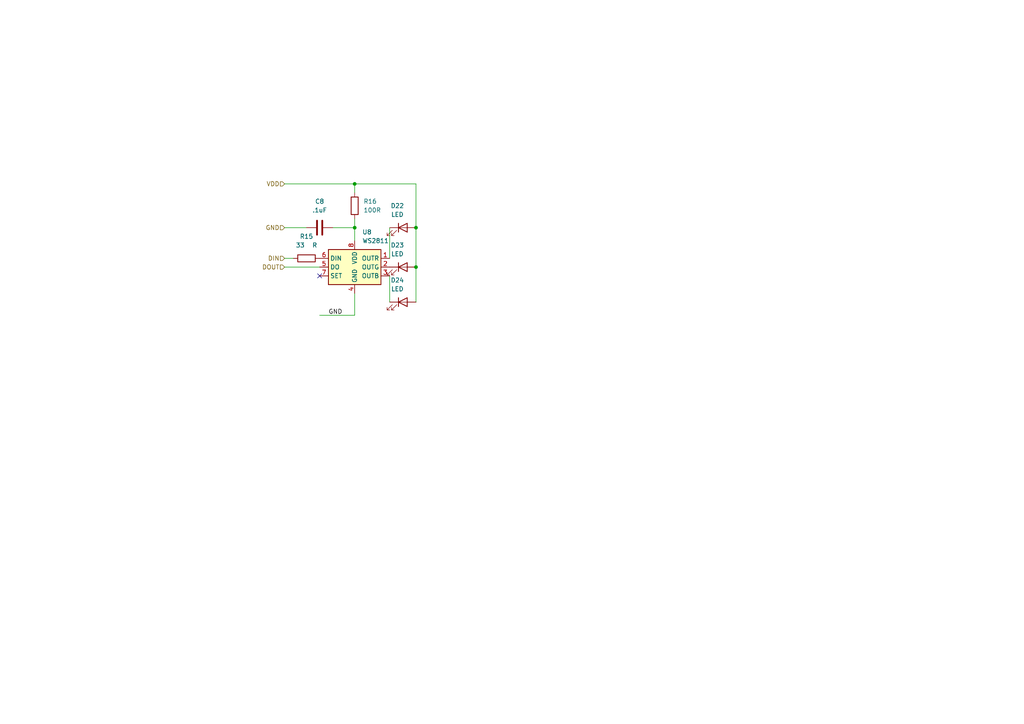
<source format=kicad_sch>
(kicad_sch (version 20231120) (generator "eeschema") (generator_version "8.0")
  (paper "A4")
  (lib_symbols
    (symbol "Device:C" (pin_numbers hide) (pin_names (offset 0.254))
      (property "Reference" "C" (at 0.635 2.54 0))
      (property "Value" "C" (at 0.635 -2.54 0))
      (symbol "C_0_1"
        (polyline (pts (xy -2.032 -0.762) (xy 2.032 -0.762)) (stroke (width 0.508)))
        (polyline (pts (xy -2.032 0.762) (xy 2.032 0.762)) (stroke (width 0.508)))
      )
      (symbol "C_1_1"
        (pin passive line (at 0 3.81 270) (length 2.794) (name "~") (number "1"))
        (pin passive line (at 0 -3.81 90) (length 2.794) (name "~") (number "2"))
      )
    )
    (symbol "Device:LED" (pin_numbers hide) (pin_names (offset 1.016) hide)
      (property "Reference" "D" (at 0 2.54 0))
      (property "Value" "LED" (at 0 -2.54 0))
      (symbol "LED_0_1"
        (polyline (pts (xy -1.27 -1.27) (xy -1.27 1.27)) (stroke (width 0.254)))
        (polyline (pts (xy -1.27 0) (xy 1.27 0)))
        (polyline (pts (xy 1.27 -1.27) (xy 1.27 1.27) (xy -1.27 0) (xy 1.27 -1.27)) (stroke (width 0.254)))
        (polyline (pts (xy -3.048 -0.762) (xy -4.572 -2.286) (xy -3.81 -2.286) (xy -4.572 -2.286) (xy -4.572 -1.524)))
        (polyline (pts (xy -1.778 -0.762) (xy -3.302 -2.286) (xy -2.54 -2.286) (xy -3.302 -2.286) (xy -3.302 -1.524)))
      )
      (symbol "LED_1_1"
        (pin passive line (at -3.81 0 0) (length 2.54) (name "K") (number "1"))
        (pin passive line (at 3.81 0 180) (length 2.54) (name "A") (number "2"))
      )
    )
    (symbol "Device:R" (pin_numbers hide) (pin_names (offset 0))
      (property "Reference" "R" (at 2.032 0 90))
      (property "Value" "R" (at 0 0 90))
      (symbol "R_0_1"
        (rectangle (start -1.016 -2.54) (end 1.016 2.54) (stroke (width 0.254)))
      )
      (symbol "R_1_1"
        (pin passive line (at 0 3.81 270) (length 1.27) (name "~") (number "1"))
        (pin passive line (at 0 -3.81 90) (length 1.27) (name "~") (number "2"))
      )
    )
    (symbol "Driver_LED:WS2811"
      (property "Reference" "U" (at -6.35 6.35 0))
      (property "Value" "WS2811" (at 5.08 6.35 0))
      (symbol "WS2811_0_1"
        (rectangle (start -7.62 5.08) (end 7.62 -5.08) (stroke (width 0.254)) (fill (type background)))
      )
      (symbol "WS2811_1_1"
        (pin output line (at 10.16 2.54 180) (length 2.54) (name "OUTR") (number "1"))
        (pin output line (at 10.16 0 180) (length 2.54) (name "OUTG") (number "2"))
        (pin output line (at 10.16 -2.54 180) (length 2.54) (name "OUTB") (number "3"))
        (pin power_in line (at 0 -7.62 90) (length 2.54) (name "GND") (number "4"))
        (pin output line (at -10.16 0 0) (length 2.54) (name "DO") (number "5"))
        (pin input line (at -10.16 2.54 0) (length 2.54) (name "DIN") (number "6"))
        (pin input line (at -10.16 -2.54 0) (length 2.54) (name "SET") (number "7"))
        (pin power_in line (at 0 7.62 270) (length 2.54) (name "VDD") (number "8"))
      )
    )
  )
  (junction (at 102.87 53.34))
  (junction (at 102.87 66.04))
  (junction (at 120.65 66.04))
  (junction (at 120.65 77.47))
  (no_connect (at 92.71 80.01))
  (wire (pts (xy 82.55 66.04) (xy 88.9 66.04)))
  (wire (pts (xy 102.87 63.5) (xy 102.87 66.04)))
  (wire (pts (xy 102.87 53.34) (xy 102.87 55.88)))
  (wire (pts (xy 82.55 53.34) (xy 102.87 53.34)))
  (wire (pts (xy 120.65 66.04) (xy 120.65 77.47)))
  (wire (pts (xy 120.65 77.47) (xy 120.65 87.63)))
  (wire (pts (xy 82.55 74.93) (xy 85.09 74.93)))
  (wire (pts (xy 96.52 66.04) (xy 102.87 66.04)))
  (wire (pts (xy 82.55 77.47) (xy 92.71 77.47)))
  (wire (pts (xy 113.03 87.63) (xy 113.03 80.01)))
  (wire (pts (xy 120.65 53.34) (xy 120.65 66.04)))
  (wire (pts (xy 102.87 91.44) (xy 102.87 85.09)))
  (wire (pts (xy 102.87 53.34) (xy 120.65 53.34)))
  (wire (pts (xy 102.87 66.04) (xy 102.87 69.85)))
  (wire (pts (xy 113.03 66.04) (xy 113.03 74.93)))
  (wire (pts (xy 102.87 91.44) (xy 92.71 91.44)))
  (label "GND" (at 95.25 91.44 0))
  (hierarchical_label "DIN" (shape input) (at 82.55 74.93 180))
  (hierarchical_label "VDD" (shape input) (at 82.55 53.34 180))
  (hierarchical_label "DOUT" (shape input) (at 82.55 77.47 180))
  (hierarchical_label "GND" (shape input) (at 82.55 66.04 180))
  (symbol (lib_id "Driver_LED:WS2811") (at 102.87 77.47 0) (unit 1)
    (property "Reference" "U2" (at 105.0641 67.31 0) (effects (justify left)))
    (property "Value" "WS2811" (at 105.0641 69.85 0) (effects (justify left)))
    (property "Footprint" "Package_SO:SOP-8_3.9x4.9mm_P1.27mm" (effects (hide yes)))
    (property "Datasheet" "https://cdn-shop.adafruit.com/datasheets/WS2811.pdf" (effects (hide yes)))
    (property "Description" "3-Channel 8-Bit PWM LED Driver, DIP-8/SOIC-8" (effects (hide yes)))
    (instances (project "BClock" (path "" (reference "U8") (unit 1)) (path "" (reference "U3") (unit 1)) (path "" (reference "U2") (unit 1)) (path "" (reference "U1") (unit 1)) (path "" (reference "U6") (unit 1)) (path "" (reference "U4") (unit 1)) (path "" (reference "U9") (unit 1)) (path "" (reference "U5") (unit 1)) (path "" (reference "U10") (unit 1)) (path "" (reference "U7") (unit 1))))
  )
  (symbol (lib_id "Device:R") (at 102.87 59.69 0) (unit 1)
    (property "Reference" "R4" (at 105.41 58.4199 0) (effects (justify left)))
    (property "Value" "100R" (at 105.41 60.9599 0) (effects (justify left)))
    (property "Footprint" "Resistor_SMD:R_0805_2012Metric" (effects (hide yes)))
    (property "Description" "Resistor" (effects (hide yes)))
    (instances (project "BClock" (path "" (reference "R16") (unit 1)) (path "" (reference "R6") (unit 1)) (path "" (reference "R4") (unit 1)) (path "" (reference "R2") (unit 1)) (path "" (reference "R12") (unit 1)) (path "" (reference "R8") (unit 1)) (path "" (reference "R18") (unit 1)) (path "" (reference "R10") (unit 1)) (path "" (reference "R20") (unit 1)) (path "" (reference "R14") (unit 1))))
  )
  (symbol (lib_id "Device:LED") (at 116.84 77.47 0) (unit 1)
    (property "Reference" "D5" (at 115.2525 71.12 0))
    (property "Value" "LED" (at 115.2525 73.66 0))
    (property "Footprint" "LED_SMD:LED_0805_2012Metric" (effects (hide yes)))
    (property "Description" "Light emitting diode" (effects (hide yes)))
    (instances (project "BClock" (path "" (reference "D23") (unit 1)) (path "" (reference "D8") (unit 1)) (path "" (reference "D5") (unit 1)) (path "" (reference "D2") (unit 1)) (path "" (reference "D17") (unit 1)) (path "" (reference "D11") (unit 1)) (path "" (reference "D26") (unit 1)) (path "" (reference "D14") (unit 1)) (path "" (reference "D29") (unit 1)) (path "" (reference "D20") (unit 1))))
  )
  (symbol (lib_id "Device:LED") (at 116.84 87.63 0) (unit 1)
    (property "Reference" "D6" (at 115.2525 81.28 0))
    (property "Value" "LED" (at 115.2525 83.82 0))
    (property "Footprint" "LED_SMD:LED_0805_2012Metric" (effects (hide yes)))
    (property "Description" "Light emitting diode" (effects (hide yes)))
    (instances (project "BClock" (path "" (reference "D24") (unit 1)) (path "" (reference "D9") (unit 1)) (path "" (reference "D6") (unit 1)) (path "" (reference "D3") (unit 1)) (path "" (reference "D18") (unit 1)) (path "" (reference "D12") (unit 1)) (path "" (reference "D27") (unit 1)) (path "" (reference "D15") (unit 1)) (path "" (reference "D30") (unit 1)) (path "" (reference "D21") (unit 1))))
  )
  (symbol (lib_id "Device:C") (at 92.71 66.04 90) (unit 1)
    (property "Reference" "C2" (at 92.71 58.42 90))
    (property "Value" ".1uF" (at 92.71 60.96 90))
    (property "Footprint" "Capacitor_SMD:C_0805_2012Metric" (effects (hide yes)))
    (property "Description" "Unpolarized capacitor" (effects (hide yes)))
    (instances (project "BClock" (path "" (reference "C8") (unit 1)) (path "" (reference "C3") (unit 1)) (path "" (reference "C2") (unit 1)) (path "" (reference "C1") (unit 1)) (path "" (reference "C6") (unit 1)) (path "" (reference "C4") (unit 1)) (path "" (reference "C9") (unit 1)) (path "" (reference "C5") (unit 1)) (path "" (reference "C10") (unit 1)) (path "" (reference "C7") (unit 1))))
  )
  (symbol (lib_id "Device:LED") (at 116.84 66.04 0) (unit 1)
    (property "Reference" "D4" (at 115.2525 59.69 0))
    (property "Value" "LED" (at 115.2525 62.23 0))
    (property "Footprint" "LED_SMD:LED_0805_2012Metric" (effects (hide yes)))
    (property "Description" "Light emitting diode" (effects (hide yes)))
    (instances (project "BClock" (path "" (reference "D22") (unit 1)) (path "" (reference "D7") (unit 1)) (path "" (reference "D4") (unit 1)) (path "" (reference "D1") (unit 1)) (path "" (reference "D16") (unit 1)) (path "" (reference "D10") (unit 1)) (path "" (reference "D25") (unit 1)) (path "" (reference "D13") (unit 1)) (path "" (reference "D28") (unit 1)) (path "" (reference "D19") (unit 1))))
  )
  (symbol (lib_id "Device:R") (at 88.9 74.93 90) (unit 1)
    (property "Reference" "R3" (at 88.9 68.58 90))
    (property "Value" "33	R" (at 88.9 71.12 90))
    (property "Footprint" "Resistor_SMD:R_0805_2012Metric" (effects (hide yes)))
    (property "Description" "Resistor" (effects (hide yes)))
    (instances (project "BClock" (path "" (reference "R15") (unit 1)) (path "" (reference "R5") (unit 1)) (path "" (reference "R3") (unit 1)) (path "" (reference "R1") (unit 1)) (path "" (reference "R11") (unit 1)) (path "" (reference "R7") (unit 1)) (path "" (reference "R17") (unit 1)) (path "" (reference "R9") (unit 1)) (path "" (reference "R19") (unit 1)) (path "" (reference "R13") (unit 1))))
  )
)
</source>
